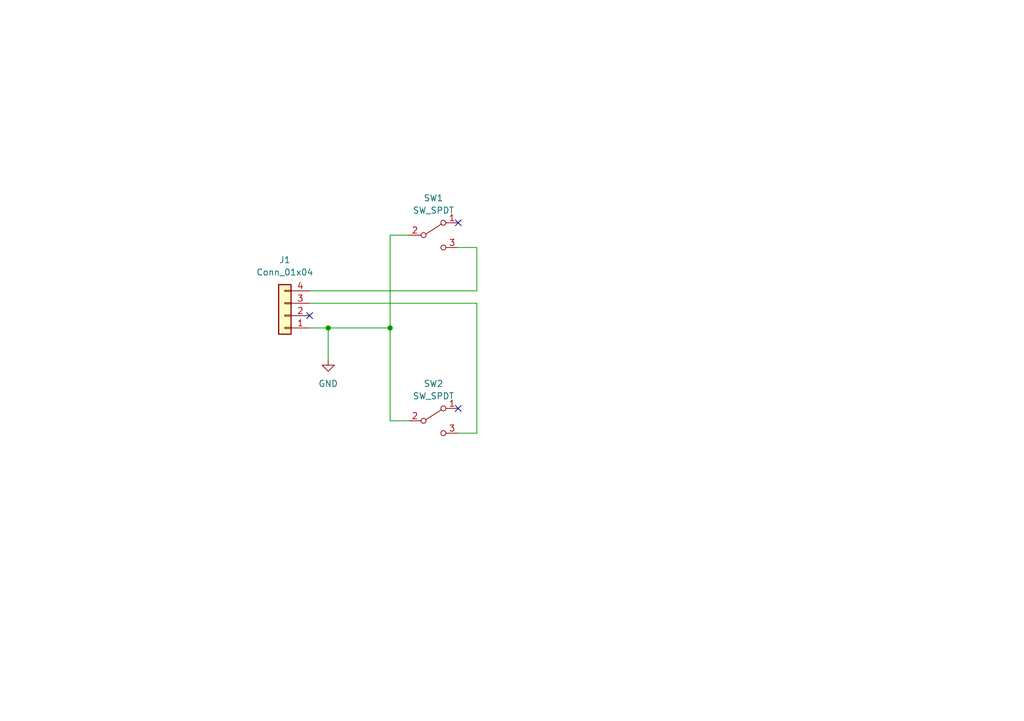
<source format=kicad_sch>
(kicad_sch (version 20230121) (generator eeschema)

  (uuid 63aa01c1-cb74-45aa-9461-2e944ac07051)

  (paper "A5")

  (lib_symbols
    (symbol "Connector_Generic:Conn_01x04" (pin_names (offset 1.016) hide) (in_bom yes) (on_board yes)
      (property "Reference" "J" (at 0 5.08 0)
        (effects (font (size 1.27 1.27)))
      )
      (property "Value" "Conn_01x04" (at 0 -7.62 0)
        (effects (font (size 1.27 1.27)))
      )
      (property "Footprint" "" (at 0 0 0)
        (effects (font (size 1.27 1.27)) hide)
      )
      (property "Datasheet" "~" (at 0 0 0)
        (effects (font (size 1.27 1.27)) hide)
      )
      (property "ki_keywords" "connector" (at 0 0 0)
        (effects (font (size 1.27 1.27)) hide)
      )
      (property "ki_description" "Generic connector, single row, 01x04, script generated (kicad-library-utils/schlib/autogen/connector/)" (at 0 0 0)
        (effects (font (size 1.27 1.27)) hide)
      )
      (property "ki_fp_filters" "Connector*:*_1x??_*" (at 0 0 0)
        (effects (font (size 1.27 1.27)) hide)
      )
      (symbol "Conn_01x04_1_1"
        (rectangle (start -1.27 -4.953) (end 0 -5.207)
          (stroke (width 0.1524) (type default))
          (fill (type none))
        )
        (rectangle (start -1.27 -2.413) (end 0 -2.667)
          (stroke (width 0.1524) (type default))
          (fill (type none))
        )
        (rectangle (start -1.27 0.127) (end 0 -0.127)
          (stroke (width 0.1524) (type default))
          (fill (type none))
        )
        (rectangle (start -1.27 2.667) (end 0 2.413)
          (stroke (width 0.1524) (type default))
          (fill (type none))
        )
        (rectangle (start -1.27 3.81) (end 1.27 -6.35)
          (stroke (width 0.254) (type default))
          (fill (type background))
        )
        (pin passive line (at -5.08 2.54 0) (length 3.81)
          (name "Pin_1" (effects (font (size 1.27 1.27))))
          (number "1" (effects (font (size 1.27 1.27))))
        )
        (pin passive line (at -5.08 0 0) (length 3.81)
          (name "Pin_2" (effects (font (size 1.27 1.27))))
          (number "2" (effects (font (size 1.27 1.27))))
        )
        (pin passive line (at -5.08 -2.54 0) (length 3.81)
          (name "Pin_3" (effects (font (size 1.27 1.27))))
          (number "3" (effects (font (size 1.27 1.27))))
        )
        (pin passive line (at -5.08 -5.08 0) (length 3.81)
          (name "Pin_4" (effects (font (size 1.27 1.27))))
          (number "4" (effects (font (size 1.27 1.27))))
        )
      )
    )
    (symbol "Switch:SW_SPDT" (pin_names (offset 0) hide) (in_bom yes) (on_board yes)
      (property "Reference" "SW" (at 0 4.318 0)
        (effects (font (size 1.27 1.27)))
      )
      (property "Value" "SW_SPDT" (at 0 -5.08 0)
        (effects (font (size 1.27 1.27)))
      )
      (property "Footprint" "" (at 0 0 0)
        (effects (font (size 1.27 1.27)) hide)
      )
      (property "Datasheet" "~" (at 0 0 0)
        (effects (font (size 1.27 1.27)) hide)
      )
      (property "ki_keywords" "switch single-pole double-throw spdt ON-ON" (at 0 0 0)
        (effects (font (size 1.27 1.27)) hide)
      )
      (property "ki_description" "Switch, single pole double throw" (at 0 0 0)
        (effects (font (size 1.27 1.27)) hide)
      )
      (symbol "SW_SPDT_0_0"
        (circle (center -2.032 0) (radius 0.508)
          (stroke (width 0) (type default))
          (fill (type none))
        )
        (circle (center 2.032 -2.54) (radius 0.508)
          (stroke (width 0) (type default))
          (fill (type none))
        )
      )
      (symbol "SW_SPDT_0_1"
        (polyline
          (pts
            (xy -1.524 0.254)
            (xy 1.651 2.286)
          )
          (stroke (width 0) (type default))
          (fill (type none))
        )
        (circle (center 2.032 2.54) (radius 0.508)
          (stroke (width 0) (type default))
          (fill (type none))
        )
      )
      (symbol "SW_SPDT_1_1"
        (pin passive line (at 5.08 2.54 180) (length 2.54)
          (name "A" (effects (font (size 1.27 1.27))))
          (number "1" (effects (font (size 1.27 1.27))))
        )
        (pin passive line (at -5.08 0 0) (length 2.54)
          (name "B" (effects (font (size 1.27 1.27))))
          (number "2" (effects (font (size 1.27 1.27))))
        )
        (pin passive line (at 5.08 -2.54 180) (length 2.54)
          (name "C" (effects (font (size 1.27 1.27))))
          (number "3" (effects (font (size 1.27 1.27))))
        )
      )
    )
    (symbol "power:GND" (power) (pin_names (offset 0)) (in_bom yes) (on_board yes)
      (property "Reference" "#PWR" (at 0 -6.35 0)
        (effects (font (size 1.27 1.27)) hide)
      )
      (property "Value" "GND" (at 0 -3.81 0)
        (effects (font (size 1.27 1.27)))
      )
      (property "Footprint" "" (at 0 0 0)
        (effects (font (size 1.27 1.27)) hide)
      )
      (property "Datasheet" "" (at 0 0 0)
        (effects (font (size 1.27 1.27)) hide)
      )
      (property "ki_keywords" "global power" (at 0 0 0)
        (effects (font (size 1.27 1.27)) hide)
      )
      (property "ki_description" "Power symbol creates a global label with name \"GND\" , ground" (at 0 0 0)
        (effects (font (size 1.27 1.27)) hide)
      )
      (symbol "GND_0_1"
        (polyline
          (pts
            (xy 0 0)
            (xy 0 -1.27)
            (xy 1.27 -1.27)
            (xy 0 -2.54)
            (xy -1.27 -1.27)
            (xy 0 -1.27)
          )
          (stroke (width 0) (type default))
          (fill (type none))
        )
      )
      (symbol "GND_1_1"
        (pin power_in line (at 0 0 270) (length 0) hide
          (name "GND" (effects (font (size 1.27 1.27))))
          (number "1" (effects (font (size 1.27 1.27))))
        )
      )
    )
  )

  (junction (at 80.01 67.31) (diameter 0) (color 0 0 0 0)
    (uuid 4d888ab8-fb3d-4439-b177-08ddf1f9f64f)
  )
  (junction (at 67.31 67.31) (diameter 0) (color 0 0 0 0)
    (uuid efe822ba-fefc-4632-9a39-def8fbd89de7)
  )

  (no_connect (at 93.98 45.72) (uuid 239a6163-a9fd-4cd2-9ac1-e17d8bcb8ecb))
  (no_connect (at 63.5 64.77) (uuid 2fe34db5-0ce2-4b7c-ba09-ad1581d651cf))
  (no_connect (at 93.98 83.82) (uuid daaeab2e-9a19-4937-9faa-61ea3385577a))

  (wire (pts (xy 80.01 86.36) (xy 83.82 86.36))
    (stroke (width 0) (type default))
    (uuid 074114fb-8eaf-408a-9c72-f20243926264)
  )
  (wire (pts (xy 93.98 88.9) (xy 97.79 88.9))
    (stroke (width 0) (type default))
    (uuid 28a666a9-4af3-4246-a9d2-45431b0818d8)
  )
  (wire (pts (xy 97.79 62.23) (xy 97.79 88.9))
    (stroke (width 0) (type default))
    (uuid 5667946a-7892-4fe7-b028-6373c8af38e8)
  )
  (wire (pts (xy 67.31 67.31) (xy 67.31 73.66))
    (stroke (width 0) (type default))
    (uuid 5be72e7c-f9c9-468d-9584-3786b1379ae5)
  )
  (wire (pts (xy 97.79 50.8) (xy 97.79 59.69))
    (stroke (width 0) (type default))
    (uuid 5caadc76-2fce-4b43-940f-3410fde11b1c)
  )
  (wire (pts (xy 93.98 50.8) (xy 97.79 50.8))
    (stroke (width 0) (type default))
    (uuid 65f12a93-39ab-4a34-bb70-016c47430d5a)
  )
  (wire (pts (xy 97.79 59.69) (xy 63.5 59.69))
    (stroke (width 0) (type default))
    (uuid 6c84a3a3-db82-48bd-93a5-3129385f7662)
  )
  (wire (pts (xy 80.01 48.26) (xy 80.01 67.31))
    (stroke (width 0) (type default))
    (uuid 81b09c73-b505-47ef-b00e-7f98d19045db)
  )
  (wire (pts (xy 63.5 62.23) (xy 97.79 62.23))
    (stroke (width 0) (type default))
    (uuid ad69d33f-1a99-443d-8bd4-852c35af3ebd)
  )
  (wire (pts (xy 67.31 67.31) (xy 80.01 67.31))
    (stroke (width 0) (type default))
    (uuid bbde6a90-5522-43b6-9b64-8d9cf84c9a84)
  )
  (wire (pts (xy 80.01 67.31) (xy 80.01 86.36))
    (stroke (width 0) (type default))
    (uuid d66453cc-c0f4-45ec-a0be-665a8c14cd6f)
  )
  (wire (pts (xy 83.82 48.26) (xy 80.01 48.26))
    (stroke (width 0) (type default))
    (uuid edcb4e9f-d215-42ae-868b-d5b4b09afa1c)
  )
  (wire (pts (xy 63.5 67.31) (xy 67.31 67.31))
    (stroke (width 0) (type default))
    (uuid fe376363-c1e5-421a-b6a6-bf0ee0a42049)
  )

  (symbol (lib_id "Switch:SW_SPDT") (at 88.9 48.26 0) (unit 1)
    (in_bom yes) (on_board yes) (dnp no) (fields_autoplaced)
    (uuid 1880a1fa-512d-415a-8fe3-1e3f2f1ee6cf)
    (property "Reference" "SW1" (at 88.9 40.64 0)
      (effects (font (size 1.27 1.27)))
    )
    (property "Value" "SW_SPDT" (at 88.9 43.18 0)
      (effects (font (size 1.27 1.27)))
    )
    (property "Footprint" "kiu-footprints:PB86" (at 88.9 48.26 0)
      (effects (font (size 1.27 1.27)) hide)
    )
    (property "Datasheet" "~" (at 88.9 48.26 0)
      (effects (font (size 1.27 1.27)) hide)
    )
    (pin "1" (uuid 72699095-ae02-4965-97aa-d13a8e4477af))
    (pin "2" (uuid 0132b5af-437b-4fe6-9033-ec5651dc364c))
    (pin "3" (uuid cfc264cf-e8ff-498a-b72d-7187c1529371))
    (instances
      (project "kha-bgt-dark-front"
        (path "/63aa01c1-cb74-45aa-9461-2e944ac07051"
          (reference "SW1") (unit 1)
        )
      )
    )
  )

  (symbol (lib_id "Connector_Generic:Conn_01x04") (at 58.42 64.77 180) (unit 1)
    (in_bom yes) (on_board yes) (dnp no) (fields_autoplaced)
    (uuid 792d79bf-58b5-479d-bd41-a81ebb5d5449)
    (property "Reference" "J1" (at 58.42 53.34 0)
      (effects (font (size 1.27 1.27)))
    )
    (property "Value" "Conn_01x04" (at 58.42 55.88 0)
      (effects (font (size 1.27 1.27)))
    )
    (property "Footprint" "Connector_JST:JST_PH_B4B-PH-SM4-TB_1x04-1MP_P2.00mm_Vertical" (at 58.42 64.77 0)
      (effects (font (size 1.27 1.27)) hide)
    )
    (property "Datasheet" "~" (at 58.42 64.77 0)
      (effects (font (size 1.27 1.27)) hide)
    )
    (pin "1" (uuid 8ccd6f8b-1556-47ad-b682-8563ecc73f1b))
    (pin "2" (uuid 730b5567-0bba-45c9-9f34-17e460045207))
    (pin "3" (uuid 3791949d-15fa-4de7-845f-e5c26f95da84))
    (pin "4" (uuid a1d9752f-4a74-4730-9e55-0f66b69864c7))
    (instances
      (project "kha-bgt-dark-front"
        (path "/63aa01c1-cb74-45aa-9461-2e944ac07051"
          (reference "J1") (unit 1)
        )
      )
    )
  )

  (symbol (lib_id "power:GND") (at 67.31 73.66 0) (unit 1)
    (in_bom yes) (on_board yes) (dnp no) (fields_autoplaced)
    (uuid 925e18ed-fc9a-48db-bb24-2ec16a1f5afb)
    (property "Reference" "#PWR01" (at 67.31 80.01 0)
      (effects (font (size 1.27 1.27)) hide)
    )
    (property "Value" "GND" (at 67.31 78.74 0)
      (effects (font (size 1.27 1.27)))
    )
    (property "Footprint" "" (at 67.31 73.66 0)
      (effects (font (size 1.27 1.27)) hide)
    )
    (property "Datasheet" "" (at 67.31 73.66 0)
      (effects (font (size 1.27 1.27)) hide)
    )
    (pin "1" (uuid a1e802a6-b375-470b-965d-d0fc84d82ce6))
    (instances
      (project "kha-bgt-dark-front"
        (path "/63aa01c1-cb74-45aa-9461-2e944ac07051"
          (reference "#PWR01") (unit 1)
        )
      )
    )
  )

  (symbol (lib_id "Switch:SW_SPDT") (at 88.9 86.36 0) (unit 1)
    (in_bom yes) (on_board yes) (dnp no) (fields_autoplaced)
    (uuid f99184f6-5937-4859-a516-755a0c9b8471)
    (property "Reference" "SW2" (at 88.9 78.74 0)
      (effects (font (size 1.27 1.27)))
    )
    (property "Value" "SW_SPDT" (at 88.9 81.28 0)
      (effects (font (size 1.27 1.27)))
    )
    (property "Footprint" "kiu-footprints:PB86" (at 88.9 86.36 0)
      (effects (font (size 1.27 1.27)) hide)
    )
    (property "Datasheet" "~" (at 88.9 86.36 0)
      (effects (font (size 1.27 1.27)) hide)
    )
    (pin "1" (uuid 8d6c5b31-58d4-4c4f-ac73-7b5af34bff20))
    (pin "2" (uuid ea00ae9f-a277-44f8-8df3-d722d47dca30))
    (pin "3" (uuid ca40977b-1fe4-4cd2-8d86-e1bbb7aa9632))
    (instances
      (project "kha-bgt-dark-front"
        (path "/63aa01c1-cb74-45aa-9461-2e944ac07051"
          (reference "SW2") (unit 1)
        )
      )
    )
  )

  (sheet_instances
    (path "/" (page "1"))
  )
)

</source>
